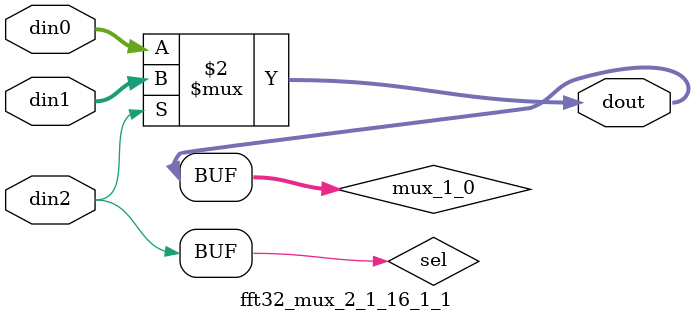
<source format=v>

`timescale 1ns/1ps

module fft32_mux_2_1_16_1_1 #(
parameter
    ID                = 0,
    NUM_STAGE         = 1,
    din0_WIDTH       = 32,
    din1_WIDTH       = 32,
    din2_WIDTH         = 32,
    dout_WIDTH            = 32
)(
    input  [15 : 0]     din0,
    input  [15 : 0]     din1,
    input  [0 : 0]    din2,
    output [15 : 0]   dout);

// puts internal signals
wire [0 : 0]     sel;
// level 1 signals
wire [15 : 0]         mux_1_0;

assign sel = din2;

// Generate level 1 logic
assign mux_1_0 = (sel[0] == 0)? din0 : din1;

// output logic
assign dout = mux_1_0;

endmodule

</source>
